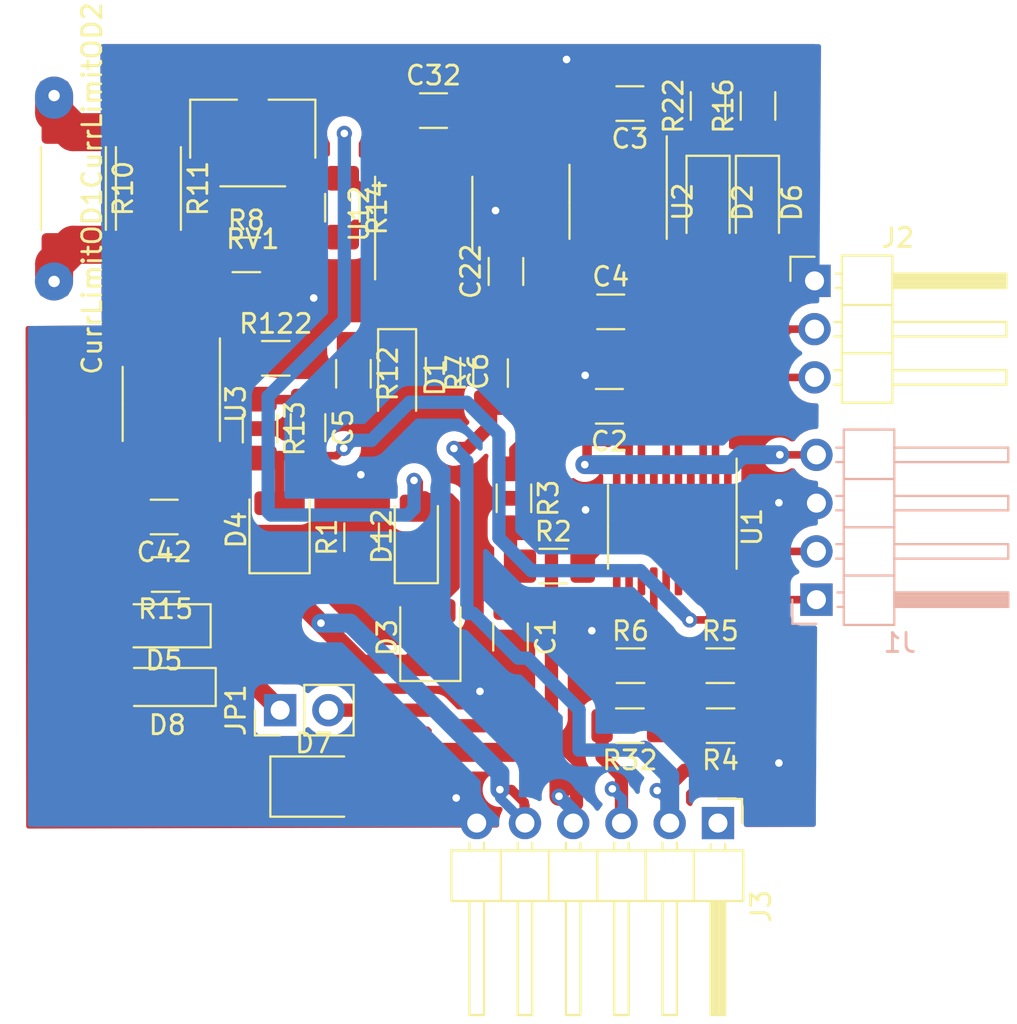
<source format=kicad_pcb>
(kicad_pcb (version 20171130) (host pcbnew 5.1.9)
  (layers (0 F.Cu signal) (31 B.Cu signal) (34 B.Paste user) (35 F.Paste user) (36 B.SilkS user) (37 F.SilkS user) (38 B.Mask user) (39 F.Mask user) (44 Edge.Cuts user))
  (net 0 "")
  (net 1 GND)
  (net 2 "Net-(C1-Pad1)")
  (net 3 "Net-(C2-Pad1)")
  (net 4 "Net-(C3-Pad1)")
  (net 5 +14V)
  (net 6 "Net-(C5-Pad1)")
  (net 7 "Net-(C5-Pad2)")
  (net 8 "Net-(C6-Pad1)")
  (net 9 "Net-(C22-Pad1)")
  (net 10 "Net-(CurrLimitOD1-Pad1)")
  (net 11 "Net-(CurrLimitOD2-Pad1)")
  (net 12 "Net-(D2-Pad2)")
  (net 13 "Net-(D2-Pad1)")
  (net 14 "Net-(D12-Pad2)")
  (net 15 PWMout)
  (net 16 "Net-(D5-Pad1)")
  (net 17 "Net-(D6-Pad1)")
  (net 18 "Net-(D6-Pad2)")
  (net 19 "Net-(D12-Pad1)")
  (net 20 "Net-(J1-Pad1)")
  (net 21 "Net-(J1-Pad2)")
  (net 22 "Net-(J2-Pad2)")
  (net 23 "Net-(J2-Pad3)")
  (net 24 Vin)
  (net 25 "Net-(J3-Pad3)")
  (net 26 PWM1)
  (net 27 ADC2)
  (net 28 ADC1)
  (net 29 "Net-(R8-Pad2)")
  (net 30 "Net-(D7-Pad2)")
  (net 31 +14PP)
  (net 32 "Net-(C3-Pad2)")
  (module Capacitor_SMD:C_1206_3216Metric (layer F.Cu) (at 56.68 55.955 90)
    (fp_text reference C22 (at 0 -1.85 90) (layer F.SilkS))
    (fp_text value 100n)
    (pad 1 smd roundrect (at -1.475 0 90) (size 1.15 1.8) (layers F.Cu F.Paste F.Mask) (roundrect_rratio 0.2173904347826087) (net 9 "Net-(C22-Pad1)"))
    (pad 2 smd roundrect (at 1.475 0 90) (size 1.15 1.8) (layers F.Cu F.Paste F.Mask) (roundrect_rratio 0.2173904347826087) (net 1 GND))
  )
  (module Connector_Wire:SolderWire-0.1sqmm_1x01_D0.4mm_OD1mm (layer F.Cu) (at 32.89 46.7 270)
    (fp_text reference CurrLimitOD2 (at 0 -2 90) (layer F.SilkS))
    (fp_text value GND_LOAD)
    (pad 1 thru_hole roundrect (at 0 0 270) (size 1.6 1.6) (drill 0.6) (layers *.Cu *.Mask) (roundrect_rratio 0.15625) (net 11 "Net-(CurrLimitOD2-Pad1)"))
  )
  (module Capacitor_SMD:C_1206_3216Metric (layer F.Cu) (at 56.92 75.19 270)
    (fp_text reference C1 (at 0 -1.85 90) (layer F.SilkS))
    (fp_text value 100n)
    (pad 2 smd roundrect (at 1.475 0 270) (size 1.15 1.8) (layers F.Cu F.Paste F.Mask) (roundrect_rratio 0.2173904347826087) (net 1 GND))
    (pad 1 smd roundrect (at -1.475 0 270) (size 1.15 1.8) (layers F.Cu F.Paste F.Mask) (roundrect_rratio 0.2173904347826087) (net 2 "Net-(C1-Pad1)"))
  )
  (module Capacitor_SMD:C_1206_3216Metric (layer F.Cu) (at 62.125 63.05 180)
    (fp_text reference C2 (at 0 -1.85) (layer F.SilkS))
    (fp_text value 470-3300n)
    (pad 2 smd roundrect (at 1.475 0 180) (size 1.15 1.8) (layers F.Cu F.Paste F.Mask) (roundrect_rratio 0.2173904347826087) (net 1 GND))
    (pad 1 smd roundrect (at -1.475 0 180) (size 1.15 1.8) (layers F.Cu F.Paste F.Mask) (roundrect_rratio 0.2173904347826087) (net 3 "Net-(C2-Pad1)"))
  )
  (module Capacitor_SMD:C_1206_3216Metric (layer F.Cu) (at 62.195002 58.08)
    (fp_text reference C4 (at 0 -1.85) (layer F.SilkS))
    (fp_text value 0.33uf)
    (pad 2 smd roundrect (at 1.475 0) (size 1.15 1.8) (layers F.Cu F.Paste F.Mask) (roundrect_rratio 0.2173904347826087) (net 31 +14PP))
    (pad 1 smd roundrect (at -1.475 0) (size 1.15 1.8) (layers F.Cu F.Paste F.Mask) (roundrect_rratio 0.2173904347826087) (net 32 "Net-(C3-Pad2)"))
  )
  (module Capacitor_SMD:C_1206_3216Metric (layer F.Cu) (at 46.26 64.175 270)
    (fp_text reference C5 (at 0 -1.85 90) (layer F.SilkS))
    (fp_text value 100n)
    (pad 1 smd roundrect (at -1.475 0 270) (size 1.15 1.8) (layers F.Cu F.Paste F.Mask) (roundrect_rratio 0.2173904347826087) (net 6 "Net-(C5-Pad1)"))
    (pad 2 smd roundrect (at 1.475 0 270) (size 1.15 1.8) (layers F.Cu F.Paste F.Mask) (roundrect_rratio 0.2173904347826087) (net 7 "Net-(C5-Pad2)"))
  )
  (module Capacitor_SMD:C_1206_3216Metric (layer F.Cu) (at 53.37 61.215 270)
    (fp_text reference C6 (at 0 -1.85 90) (layer F.SilkS))
    (fp_text value 100n)
    (pad 1 smd roundrect (at -1.475 0 270) (size 1.15 1.8) (layers F.Cu F.Paste F.Mask) (roundrect_rratio 0.2173904347826087) (net 8 "Net-(C6-Pad1)"))
    (pad 2 smd roundrect (at 1.475 0 270) (size 1.15 1.8) (layers F.Cu F.Paste F.Mask) (roundrect_rratio 0.2173904347826087) (net 1 GND))
  )
  (module Capacitor_SMD:C_1206_3216Metric (layer F.Cu) (at 52.864999 47.489999)
    (fp_text reference C32 (at 0 -1.85) (layer F.SilkS))
    (fp_text value 100n)
    (pad 1 smd roundrect (at -1.475 0) (size 1.15 1.8) (layers F.Cu F.Paste F.Mask) (roundrect_rratio 0.2173904347826087) (net 31 +14PP))
    (pad 2 smd roundrect (at 1.475 0) (size 1.15 1.8) (layers F.Cu F.Paste F.Mask) (roundrect_rratio 0.2173904347826087) (net 1 GND))
  )
  (module Capacitor_SMD:C_1206_3216Metric (layer F.Cu) (at 38.685001 68.875 180)
    (fp_text reference C42 (at 0 -1.85) (layer F.SilkS))
    (fp_text value 100n)
    (pad 2 smd roundrect (at 1.475 0 180) (size 1.15 1.8) (layers F.Cu F.Paste F.Mask) (roundrect_rratio 0.2173904347826087) (net 1 GND))
    (pad 1 smd roundrect (at -1.475 0 180) (size 1.15 1.8) (layers F.Cu F.Paste F.Mask) (roundrect_rratio 0.2173904347826087) (net 5 +14V))
  )
  (module Connector_Wire:SolderWire-0.1sqmm_1x01_D0.4mm_OD1mm (layer F.Cu) (at 32.89 56.48 270)
    (fp_text reference CurrLimitOD1 (at 0 -2 90) (layer F.SilkS))
    (fp_text value -LOAD)
    (pad 1 thru_hole roundrect (at 0 0 270) (size 1.6 1.6) (drill 0.6) (layers *.Cu *.Mask) (roundrect_rratio 0.15625) (net 10 "Net-(CurrLimitOD1-Pad1)"))
  )
  (module Diode_SMD:D_MiniMELF (layer F.Cu) (at 50.95 61.54 270)
    (fp_text reference D1 (at 0 -2 90) (layer F.SilkS))
    (fp_text value 5-15v)
    (pad 1 smd rect (at -1.75 0 270) (size 1.3 1.7) (layers F.Cu F.Paste F.Mask) (net 8 "Net-(C6-Pad1)"))
    (pad 2 smd rect (at 1.75 0 270) (size 1.3 1.7) (layers F.Cu F.Paste F.Mask) (net 1 GND))
  )
  (module Diode_SMD:D_1210_3225Metric (layer F.Cu) (at 52.7 75.219999 90)
    (fp_text reference D3 (at 0 -2.28 90) (layer F.SilkS))
    (fp_text value D)
    (pad 2 smd roundrect (at 1.4 0 90) (size 1.25 2.65) (layers F.Cu F.Paste F.Mask) (roundrect_rratio 0.2) (net 14 "Net-(D12-Pad2)"))
    (pad 1 smd roundrect (at -1.4 0 90) (size 1.25 2.65) (layers F.Cu F.Paste F.Mask) (roundrect_rratio 0.2) (net 15 PWMout))
  )
  (module Diode_SMD:D_1210_3225Metric (layer F.Cu) (at 44.76 69.549999 90)
    (fp_text reference D4 (at 0 -2.28 90) (layer F.SilkS))
    (fp_text value D)
    (pad 1 smd roundrect (at -1.4 0 90) (size 1.25 2.65) (layers F.Cu F.Paste F.Mask) (roundrect_rratio 0.2) (net 15 PWMout))
    (pad 2 smd roundrect (at 1.4 0 90) (size 1.25 2.65) (layers F.Cu F.Paste F.Mask) (roundrect_rratio 0.2) (net 7 "Net-(C5-Pad2)"))
  )
  (module Connector_PinHeader_2.54mm:PinHeader_1x04_P2.54mm_Horizontal (layer B.Cu) (at 73.025 73.225)
    (fp_text reference J1 (at 4.385 2.27) (layer B.SilkS) (effects (justify mirror)))
    (fp_text value ST-LINK)
    (pad 1 thru_hole rect (at 0 0) (size 1.7 1.7) (drill 1) (layers *.Cu *.Mask) (net 20 "Net-(J1-Pad1)"))
    (pad 2 thru_hole oval (at 0 -2.54) (size 1.7 1.7) (drill 1) (layers *.Cu *.Mask) (net 21 "Net-(J1-Pad2)"))
    (pad 3 thru_hole oval (at 0 -5.08) (size 1.7 1.7) (drill 1) (layers *.Cu *.Mask) (net 1 GND))
    (pad 4 thru_hole oval (at 0 -7.62) (size 1.7 1.7) (drill 1) (layers *.Cu *.Mask) (net 4 "Net-(C3-Pad1)"))
  )
  (module Connector_PinHeader_2.54mm:PinHeader_1x03_P2.54mm_Horizontal (layer F.Cu) (at 72.925 56.45)
    (fp_text reference J2 (at 4.385 -2.27) (layer F.SilkS))
    (fp_text value UART)
    (pad 1 thru_hole rect (at 0 0) (size 1.7 1.7) (drill 1) (layers *.Cu *.Mask) (net 1 GND))
    (pad 2 thru_hole oval (at 0 2.54) (size 1.7 1.7) (drill 1) (layers *.Cu *.Mask) (net 22 "Net-(J2-Pad2)"))
    (pad 3 thru_hole oval (at 0 5.08) (size 1.7 1.7) (drill 1) (layers *.Cu *.Mask) (net 23 "Net-(J2-Pad3)"))
  )
  (module Connector_PinHeader_2.54mm:PinHeader_1x06_P2.54mm_Horizontal (layer F.Cu) (at 67.84 84.98 270)
    (fp_text reference J3 (at 4.385 -2.27 90) (layer F.SilkS))
    (fp_text value board)
    (pad 1 thru_hole rect (at 0 0 270) (size 1.7 1.7) (drill 1) (layers *.Cu *.Mask))
    (pad 2 thru_hole oval (at 0 2.54 270) (size 1.7 1.7) (drill 1) (layers *.Cu *.Mask) (net 24 Vin))
    (pad 3 thru_hole oval (at 0 5.08 270) (size 1.7 1.7) (drill 1) (layers *.Cu *.Mask) (net 25 "Net-(J3-Pad3)"))
    (pad 4 thru_hole oval (at 0 7.62 270) (size 1.7 1.7) (drill 1) (layers *.Cu *.Mask) (net 30 "Net-(D7-Pad2)"))
    (pad 5 thru_hole oval (at 0 10.16 270) (size 1.7 1.7) (drill 1) (layers *.Cu *.Mask) (net 15 PWMout))
    (pad 6 thru_hole oval (at 0 12.7 270) (size 1.7 1.7) (drill 1) (layers *.Cu *.Mask) (net 1 GND))
  )
  (module Resistor_SMD:R_1206_3216Metric (layer F.Cu) (at 49.080001 69.94 90)
    (fp_text reference R1 (at 0 -1.82 90) (layer F.SilkS))
    (fp_text value R)
    (pad 1 smd roundrect (at -1.4625 0 90) (size 1.125 1.75) (layers F.Cu F.Paste F.Mask) (roundrect_rratio 0.2222195555555556) (net 19 "Net-(D12-Pad1)"))
    (pad 2 smd roundrect (at 1.4625 0 90) (size 1.125 1.75) (layers F.Cu F.Paste F.Mask) (roundrect_rratio 0.2222195555555556) (net 1 GND))
  )
  (module Resistor_SMD:R_1206_3216Metric_Pad1.30x1.75mm_HandSolder (layer F.Cu) (at 59.17 71.46)
    (fp_text reference R2 (at 0 -1.82) (layer F.SilkS))
    (fp_text value 47k)
    (pad 1 smd roundrect (at -1.55 0) (size 1.3 1.75) (layers F.Cu F.Paste F.Mask) (roundrect_rratio 0.1923069230769231) (net 2 "Net-(C1-Pad1)"))
    (pad 2 smd roundrect (at 1.55 0) (size 1.3 1.75) (layers F.Cu F.Paste F.Mask) (roundrect_rratio 0.1923069230769231) (net 26 PWM1))
  )
  (module Resistor_SMD:R_1206_3216Metric_Pad1.30x1.75mm_HandSolder (layer F.Cu) (at 57.1 67.89 270)
    (fp_text reference R3 (at 0 -1.82 90) (layer F.SilkS))
    (fp_text value 47k)
    (pad 1 smd roundrect (at -1.55 0 270) (size 1.3 1.75) (layers F.Cu F.Paste F.Mask) (roundrect_rratio 0.1923069230769231) (net 9 "Net-(C22-Pad1)"))
    (pad 2 smd roundrect (at 1.55 0 270) (size 1.3 1.75) (layers F.Cu F.Paste F.Mask) (roundrect_rratio 0.1923069230769231) (net 2 "Net-(C1-Pad1)"))
  )
  (module Resistor_SMD:R_1206_3216Metric (layer F.Cu) (at 67.9775 79.855 180)
    (fp_text reference R4 (at 0 -1.82) (layer F.SilkS))
    (fp_text value 3.3k)
    (pad 1 smd roundrect (at -1.4625 0 180) (size 1.125 1.75) (layers F.Cu F.Paste F.Mask) (roundrect_rratio 0.2222195555555556) (net 1 GND))
    (pad 2 smd roundrect (at 1.4625 0 180) (size 1.125 1.75) (layers F.Cu F.Paste F.Mask) (roundrect_rratio 0.2222195555555556) (net 27 ADC2))
  )
  (module Resistor_SMD:R_1206_3216Metric (layer F.Cu) (at 67.9625 76.7)
    (fp_text reference R5 (at 0 -1.82) (layer F.SilkS))
    (fp_text value 100k)
    (pad 1 smd roundrect (at -1.4625 0) (size 1.125 1.75) (layers F.Cu F.Paste F.Mask) (roundrect_rratio 0.2222195555555556) (net 28 ADC1))
    (pad 2 smd roundrect (at 1.4625 0) (size 1.125 1.75) (layers F.Cu F.Paste F.Mask) (roundrect_rratio 0.2222195555555556) (net 24 Vin))
  )
  (module Resistor_SMD:R_1206_3216Metric (layer F.Cu) (at 63.2375 76.7)
    (fp_text reference R6 (at 0 -1.82) (layer F.SilkS))
    (fp_text value 3.3k)
    (pad 2 smd roundrect (at 1.4625 0) (size 1.125 1.75) (layers F.Cu F.Paste F.Mask) (roundrect_rratio 0.2222195555555556) (net 28 ADC1))
    (pad 1 smd roundrect (at -1.4625 0) (size 1.125 1.75) (layers F.Cu F.Paste F.Mask) (roundrect_rratio 0.2222195555555556) (net 1 GND))
  )
  (module Resistor_SMD:R_1206_3216Metric_Pad1.30x1.75mm_HandSolder (layer F.Cu) (at 55.87 61.3 90)
    (fp_text reference R7 (at 0 -1.82 90) (layer F.SilkS))
    (fp_text value 29k)
    (pad 1 smd roundrect (at -1.55 0 90) (size 1.3 1.75) (layers F.Cu F.Paste F.Mask) (roundrect_rratio 0.1923069230769231) (net 24 Vin))
    (pad 2 smd roundrect (at 1.55 0 90) (size 1.3 1.75) (layers F.Cu F.Paste F.Mask) (roundrect_rratio 0.1923069230769231) (net 8 "Net-(C6-Pad1)"))
  )
  (module Resistor_SMD:R_1206_3216Metric_Pad1.30x1.75mm_HandSolder (layer F.Cu) (at 43.01 55.08)
    (fp_text reference R8 (at 0 -1.82) (layer F.SilkS))
    (fp_text value 330)
    (pad 2 smd roundrect (at 1.55 0) (size 1.3 1.75) (layers F.Cu F.Paste F.Mask) (roundrect_rratio 0.1923069230769231) (net 29 "Net-(R8-Pad2)"))
    (pad 1 smd roundrect (at -1.55 0) (size 1.3 1.75) (layers F.Cu F.Paste F.Mask) (roundrect_rratio 0.1923069230769231) (net 10 "Net-(CurrLimitOD1-Pad1)"))
  )
  (module Resistor_SMD:R_2512_6332Metric (layer F.Cu) (at 33.905 51.5875 270)
    (fp_text reference R10 (at 0 -2.62 90) (layer F.SilkS))
    (fp_text value 0.27)
    (pad 1 smd roundrect (at -2.9625 0 270) (size 1.225 3.35) (layers F.Cu F.Paste F.Mask) (roundrect_rratio 0.2040808163265306) (net 11 "Net-(CurrLimitOD2-Pad1)"))
    (pad 2 smd roundrect (at 2.9625 0 270) (size 1.225 3.35) (layers F.Cu F.Paste F.Mask) (roundrect_rratio 0.2040808163265306) (net 10 "Net-(CurrLimitOD1-Pad1)"))
  )
  (module Resistor_SMD:R_2512_6332Metric (layer F.Cu) (at 37.855 51.5875 270)
    (fp_text reference R11 (at 0 -2.62 90) (layer F.SilkS))
    (fp_text value 0.27)
    (pad 2 smd roundrect (at 2.9625 0 270) (size 1.225 3.35) (layers F.Cu F.Paste F.Mask) (roundrect_rratio 0.2040808163265306) (net 10 "Net-(CurrLimitOD1-Pad1)"))
    (pad 1 smd roundrect (at -2.9625 0 270) (size 1.225 3.35) (layers F.Cu F.Paste F.Mask) (roundrect_rratio 0.2040808163265306) (net 11 "Net-(CurrLimitOD2-Pad1)"))
  )
  (module Resistor_SMD:R_1206_3216Metric_Pad1.30x1.75mm_HandSolder (layer F.Cu) (at 48.65 61.34 270)
    (fp_text reference R12 (at 0 -1.82 90) (layer F.SilkS))
    (fp_text value 1.5k)
    (pad 2 smd roundrect (at 1.55 0 270) (size 1.3 1.75) (layers F.Cu F.Paste F.Mask) (roundrect_rratio 0.1923069230769231) (net 1 GND))
    (pad 1 smd roundrect (at -1.55 0 270) (size 1.3 1.75) (layers F.Cu F.Paste F.Mask) (roundrect_rratio 0.1923069230769231) (net 8 "Net-(C6-Pad1)"))
  )
  (module Resistor_SMD:R_1206_3216Metric_Pad1.30x1.75mm_HandSolder (layer F.Cu) (at 43.735 64.224999 270)
    (fp_text reference R13 (at 0 -1.82 90) (layer F.SilkS))
    (fp_text value 1.5k)
    (pad 2 smd roundrect (at 1.55 0 270) (size 1.3 1.75) (layers F.Cu F.Paste F.Mask) (roundrect_rratio 0.1923069230769231) (net 7 "Net-(C5-Pad2)"))
    (pad 1 smd roundrect (at -1.55 0 270) (size 1.3 1.75) (layers F.Cu F.Paste F.Mask) (roundrect_rratio 0.1923069230769231) (net 6 "Net-(C5-Pad1)"))
  )
  (module Resistor_SMD:R_1206_3216Metric_Pad1.30x1.75mm_HandSolder (layer F.Cu) (at 48.07 52.6 270)
    (fp_text reference R14 (at 0 -1.82 90) (layer F.SilkS))
    (fp_text value 10k)
    (pad 1 smd roundrect (at -1.55 0 270) (size 1.3 1.75) (layers F.Cu F.Paste F.Mask) (roundrect_rratio 0.1923069230769231) (net 14 "Net-(D12-Pad2)"))
    (pad 2 smd roundrect (at 1.55 0 270) (size 1.3 1.75) (layers F.Cu F.Paste F.Mask) (roundrect_rratio 0.1923069230769231) (net 8 "Net-(C6-Pad1)"))
  )
  (module Resistor_SMD:R_1206_3216Metric_Pad1.30x1.75mm_HandSolder (layer F.Cu) (at 38.760001 71.9 180)
    (fp_text reference R15 (at 0 -1.82) (layer F.SilkS))
    (fp_text value R)
    (pad 1 smd roundrect (at -1.55 0 180) (size 1.3 1.75) (layers F.Cu F.Paste F.Mask) (roundrect_rratio 0.1923069230769231) (net 16 "Net-(D5-Pad1)"))
    (pad 2 smd roundrect (at 1.55 0 180) (size 1.3 1.75) (layers F.Cu F.Paste F.Mask) (roundrect_rratio 0.1923069230769231) (net 1 GND))
  )
  (module Resistor_SMD:R_1206_3216Metric (layer F.Cu) (at 69.95 47.2475 90)
    (fp_text reference R16 (at 0 -1.82 90) (layer F.SilkS))
    (fp_text value R)
    (pad 2 smd roundrect (at 1.4625 0 90) (size 1.125 1.75) (layers F.Cu F.Paste F.Mask) (roundrect_rratio 0.2222195555555556) (net 1 GND))
    (pad 1 smd roundrect (at -1.4625 0 90) (size 1.125 1.75) (layers F.Cu F.Paste F.Mask) (roundrect_rratio 0.2222195555555556) (net 17 "Net-(D6-Pad1)"))
  )
  (module Resistor_SMD:R_1206_3216Metric (layer F.Cu) (at 67.32 47.2475 90)
    (fp_text reference R22 (at 0 -1.82 90) (layer F.SilkS))
    (fp_text value R)
    (pad 2 smd roundrect (at 1.4625 0 90) (size 1.125 1.75) (layers F.Cu F.Paste F.Mask) (roundrect_rratio 0.2222195555555556) (net 1 GND))
    (pad 1 smd roundrect (at -1.4625 0 90) (size 1.125 1.75) (layers F.Cu F.Paste F.Mask) (roundrect_rratio 0.2222195555555556) (net 13 "Net-(D2-Pad1)"))
  )
  (module Resistor_SMD:R_1206_3216Metric (layer F.Cu) (at 63.2025 79.855 180)
    (fp_text reference R32 (at 0 -1.82) (layer F.SilkS))
    (fp_text value 100k)
    (pad 1 smd roundrect (at -1.4625 0 180) (size 1.125 1.75) (layers F.Cu F.Paste F.Mask) (roundrect_rratio 0.2222195555555556) (net 27 ADC2))
    (pad 2 smd roundrect (at 1.4625 0 180) (size 1.125 1.75) (layers F.Cu F.Paste F.Mask) (roundrect_rratio 0.2222195555555556) (net 25 "Net-(J3-Pad3)"))
  )
  (module Resistor_SMD:R_1206_3216Metric_Pad1.30x1.75mm_HandSolder (layer F.Cu) (at 44.560001 60.525)
    (fp_text reference R122 (at 0 -1.82) (layer F.SilkS))
    (fp_text value 1.2k)
    (pad 2 smd roundrect (at 1.55 0) (size 1.3 1.75) (layers F.Cu F.Paste F.Mask) (roundrect_rratio 0.1923069230769231) (net 1 GND))
    (pad 1 smd roundrect (at -1.55 0) (size 1.3 1.75) (layers F.Cu F.Paste F.Mask) (roundrect_rratio 0.1923069230769231) (net 6 "Net-(C5-Pad1)"))
  )
  (module Package_SO:TSSOP-20_4.4x6.5mm_P0.65mm (layer F.Cu) (at 65.4375 69.4 270)
    (fp_text reference U1 (at 0 -4.2 90) (layer F.SilkS))
    (fp_text value STM8S003F3P)
    (pad 1 smd roundrect (at -2.8625 -2.925 270) (size 1.475 0.4) (layers F.Cu F.Paste F.Mask))
    (pad 2 smd roundrect (at -2.8625 -2.275 270) (size 1.475 0.4) (layers F.Cu F.Paste F.Mask) (net 23 "Net-(J2-Pad3)"))
    (pad 3 smd roundrect (at -2.8625 -1.625 270) (size 1.475 0.4) (layers F.Cu F.Paste F.Mask) (net 22 "Net-(J2-Pad2)"))
    (pad 4 smd roundrect (at -2.8625 -0.975 270) (size 1.475 0.4) (layers F.Cu F.Paste F.Mask) (net 21 "Net-(J1-Pad2)"))
    (pad 5 smd roundrect (at -2.8625 -0.325 270) (size 1.475 0.4) (layers F.Cu F.Paste F.Mask) (net 18 "Net-(D6-Pad2)"))
    (pad 6 smd roundrect (at -2.8625 0.325 270) (size 1.475 0.4) (layers F.Cu F.Paste F.Mask) (net 12 "Net-(D2-Pad2)"))
    (pad 7 smd roundrect (at -2.8625 0.975 270) (size 1.475 0.4) (layers F.Cu F.Paste F.Mask) (net 1 GND))
    (pad 8 smd roundrect (at -2.8625 1.625 270) (size 1.475 0.4) (layers F.Cu F.Paste F.Mask) (net 3 "Net-(C2-Pad1)"))
    (pad 9 smd roundrect (at -2.8625 2.275 270) (size 1.475 0.4) (layers F.Cu F.Paste F.Mask) (net 4 "Net-(C3-Pad1)"))
    (pad 10 smd roundrect (at -2.8625 2.925 270) (size 1.475 0.4) (layers F.Cu F.Paste F.Mask))
    (pad 11 smd roundrect (at 2.8625 2.925 270) (size 1.475 0.4) (layers F.Cu F.Paste F.Mask))
    (pad 12 smd roundrect (at 2.8625 2.275 270) (size 1.475 0.4) (layers F.Cu F.Paste F.Mask))
    (pad 13 smd roundrect (at 2.8625 1.625 270) (size 1.475 0.4) (layers F.Cu F.Paste F.Mask))
    (pad 14 smd roundrect (at 2.8625 0.975 270) (size 1.475 0.4) (layers F.Cu F.Paste F.Mask) (net 27 ADC2))
    (pad 15 smd roundrect (at 2.8625 0.325 270) (size 1.475 0.4) (layers F.Cu F.Paste F.Mask))
    (pad 16 smd roundrect (at 2.8625 -0.325 270) (size 1.475 0.4) (layers F.Cu F.Paste F.Mask) (net 26 PWM1))
    (pad 17 smd roundrect (at 2.8625 -0.975 270) (size 1.475 0.4) (layers F.Cu F.Paste F.Mask))
    (pad 18 smd roundrect (at 2.8625 -1.625 270) (size 1.475 0.4) (layers F.Cu F.Paste F.Mask) (net 20 "Net-(J1-Pad1)"))
    (pad 19 smd roundrect (at 2.8625 -2.275 270) (size 1.475 0.4) (layers F.Cu F.Paste F.Mask) (net 7 "Net-(C5-Pad2)"))
    (pad 20 smd roundrect (at 2.8625 -2.925 270) (size 1.475 0.4) (layers F.Cu F.Paste F.Mask) (net 28 ADC1))
  )
  (module Package_SO:SOIC-8_3.9x4.9mm_P1.27mm (layer F.Cu) (at 62.585 52.29 270)
    (fp_text reference U2 (at 0 -3.4 90) (layer F.SilkS))
    (fp_text value L78L05_SO8)
    (pad 8 smd roundrect (at 2.475 -1.905 270) (size 1.95 0.6) (layers F.Cu F.Paste F.Mask) (net 31 +14PP))
    (pad 7 smd roundrect (at 2.475 -0.635 270) (size 1.95 0.6) (layers F.Cu F.Paste F.Mask) (net 32 "Net-(C3-Pad2)"))
    (pad 6 smd roundrect (at 2.475 0.635 270) (size 1.95 0.6) (layers F.Cu F.Paste F.Mask) (net 32 "Net-(C3-Pad2)"))
    (pad 5 smd roundrect (at 2.475 1.905 270) (size 1.95 0.6) (layers F.Cu F.Paste F.Mask))
    (pad 4 smd roundrect (at -2.475 1.905 270) (size 1.95 0.6) (layers F.Cu F.Paste F.Mask))
    (pad 3 smd roundrect (at -2.475 0.635 270) (size 1.95 0.6) (layers F.Cu F.Paste F.Mask) (net 32 "Net-(C3-Pad2)"))
    (pad 2 smd roundrect (at -2.475 -0.635 270) (size 1.95 0.6) (layers F.Cu F.Paste F.Mask) (net 32 "Net-(C3-Pad2)"))
    (pad 1 smd roundrect (at -2.475 -1.905 270) (size 1.95 0.6) (layers F.Cu F.Paste F.Mask) (net 4 "Net-(C3-Pad1)"))
  )
  (module Package_SO:SOIC-8_3.9x4.9mm_P1.27mm (layer F.Cu) (at 39.06 62.925 270)
    (fp_text reference U3 (at 0 -3.4 90) (layer F.SilkS))
    (fp_text value NE5534)
    (pad 1 smd roundrect (at -2.475 -1.905 270) (size 1.95 0.6) (layers F.Cu F.Paste F.Mask))
    (pad 2 smd roundrect (at -2.475 -0.635 270) (size 1.95 0.6) (layers F.Cu F.Paste F.Mask) (net 6 "Net-(C5-Pad1)"))
    (pad 3 smd roundrect (at -2.475 0.635 270) (size 1.95 0.6) (layers F.Cu F.Paste F.Mask) (net 29 "Net-(R8-Pad2)"))
    (pad 4 smd roundrect (at -2.475 1.905 270) (size 1.95 0.6) (layers F.Cu F.Paste F.Mask) (net 1 GND))
    (pad 5 smd roundrect (at 2.475 1.905 270) (size 1.95 0.6) (layers F.Cu F.Paste F.Mask) (net 1 GND))
    (pad 6 smd roundrect (at 2.475 0.635 270) (size 1.95 0.6) (layers F.Cu F.Paste F.Mask) (net 7 "Net-(C5-Pad2)"))
    (pad 7 smd roundrect (at 2.475 -0.635 270) (size 1.95 0.6) (layers F.Cu F.Paste F.Mask) (net 5 +14V))
    (pad 8 smd roundrect (at 2.475 -1.905 270) (size 1.95 0.6) (layers F.Cu F.Paste F.Mask))
  )
  (module Package_SO:SOIC-8_3.9x4.9mm_P1.27mm (layer F.Cu) (at 52.35 52.92 90)
    (fp_text reference U12 (at 0 -3.4 90) (layer F.SilkS))
    (fp_text value NE5534)
    (pad 1 smd roundrect (at -2.475 -1.905 90) (size 1.95 0.6) (layers F.Cu F.Paste F.Mask))
    (pad 2 smd roundrect (at -2.475 -0.635 90) (size 1.95 0.6) (layers F.Cu F.Paste F.Mask) (net 8 "Net-(C6-Pad1)"))
    (pad 3 smd roundrect (at -2.475 0.635 90) (size 1.95 0.6) (layers F.Cu F.Paste F.Mask) (net 9 "Net-(C22-Pad1)"))
    (pad 4 smd roundrect (at -2.475 1.905 90) (size 1.95 0.6) (layers F.Cu F.Paste F.Mask) (net 1 GND))
    (pad 5 smd roundrect (at 2.475 1.905 90) (size 1.95 0.6) (layers F.Cu F.Paste F.Mask) (net 1 GND))
    (pad 6 smd roundrect (at 2.475 0.635 90) (size 1.95 0.6) (layers F.Cu F.Paste F.Mask) (net 14 "Net-(D12-Pad2)"))
    (pad 7 smd roundrect (at 2.475 -0.635 90) (size 1.95 0.6) (layers F.Cu F.Paste F.Mask) (net 31 +14PP))
    (pad 8 smd roundrect (at 2.475 -1.905 90) (size 1.95 0.6) (layers F.Cu F.Paste F.Mask))
  )
  (module Capacitor_SMD:C_1206_3216Metric (layer F.Cu) (at 63.205 47.12 180)
    (fp_text reference C3 (at 0 -1.85) (layer F.SilkS))
    (fp_text value 100n)
    (pad 1 smd roundrect (at -1.475 0 180) (size 1.15 1.8) (layers F.Cu F.Paste F.Mask) (roundrect_rratio 0.2173904347826087) (net 4 "Net-(C3-Pad1)"))
    (pad 2 smd roundrect (at 1.475 0 180) (size 1.15 1.8) (layers F.Cu F.Paste F.Mask) (roundrect_rratio 0.2173904347826087) (net 32 "Net-(C3-Pad2)"))
  )
  (module LED_SMD:LED_1206_3216Metric_Pad1.42x1.75mm_HandSolder (layer F.Cu) (at 67.32 52.3275 270)
    (fp_text reference D2 (at 0 -1.82 90) (layer F.SilkS))
    (fp_text value LED)
    (pad 2 smd roundrect (at 1.4875 0 270) (size 1.425 1.75) (layers F.Cu F.Paste F.Mask) (roundrect_rratio 0.1754385964912281) (net 12 "Net-(D2-Pad2)"))
    (pad 1 smd roundrect (at -1.4875 0 270) (size 1.425 1.75) (layers F.Cu F.Paste F.Mask) (roundrect_rratio 0.1754385964912281) (net 13 "Net-(D2-Pad1)"))
  )
  (module LED_SMD:LED_1206_3216Metric_Pad1.42x1.75mm_HandSolder (layer F.Cu) (at 38.6725 74.6 180)
    (fp_text reference D5 (at 0 -1.82) (layer F.SilkS))
    (fp_text value GREEN)
    (pad 1 smd roundrect (at -1.4875 0 180) (size 1.425 1.75) (layers F.Cu F.Paste F.Mask) (roundrect_rratio 0.1754385964912281) (net 16 "Net-(D5-Pad1)"))
    (pad 2 smd roundrect (at 1.4875 0 180) (size 1.425 1.75) (layers F.Cu F.Paste F.Mask) (roundrect_rratio 0.1754385964912281) (net 7 "Net-(C5-Pad2)"))
  )
  (module LED_SMD:LED_1206_3216Metric_Pad1.42x1.75mm_HandSolder (layer F.Cu) (at 69.92 52.3275 270)
    (fp_text reference D6 (at 0 -1.82 90) (layer F.SilkS))
    (fp_text value LED)
    (pad 1 smd roundrect (at -1.4875 0 270) (size 1.425 1.75) (layers F.Cu F.Paste F.Mask) (roundrect_rratio 0.1754385964912281) (net 17 "Net-(D6-Pad1)"))
    (pad 2 smd roundrect (at 1.4875 0 270) (size 1.425 1.75) (layers F.Cu F.Paste F.Mask) (roundrect_rratio 0.1754385964912281) (net 18 "Net-(D6-Pad2)"))
  )
  (module LED_SMD:LED_1206_3216Metric_Pad1.42x1.75mm_HandSolder (layer F.Cu) (at 51.96 69.8975 90)
    (fp_text reference D12 (at 0 -1.82 90) (layer F.SilkS))
    (fp_text value LED)
    (pad 2 smd roundrect (at 1.4875 0 90) (size 1.425 1.75) (layers F.Cu F.Paste F.Mask) (roundrect_rratio 0.1754385964912281) (net 14 "Net-(D12-Pad2)"))
    (pad 1 smd roundrect (at -1.4875 0 90) (size 1.425 1.75) (layers F.Cu F.Paste F.Mask) (roundrect_rratio 0.1754385964912281) (net 19 "Net-(D12-Pad1)"))
  )
  (module Diode_SMD:D_1210_3225Metric (layer F.Cu) (at 46.56 83.06)
    (fp_text reference D7 (at 0 -2.28) (layer F.SilkS))
    (fp_text value D)
    (pad 1 smd roundrect (at -1.4 0) (size 1.25 2.65) (layers F.Cu F.Paste F.Mask) (roundrect_rratio 0.2) (net 5 +14V))
    (pad 2 smd roundrect (at 1.4 0) (size 1.25 2.65) (layers F.Cu F.Paste F.Mask) (roundrect_rratio 0.2) (net 30 "Net-(D7-Pad2)"))
  )
  (module Potentiometer_SMD:Potentiometer_Bourns_3269W_Vertical (layer F.Cu) (at 43.35 49.19 180)
    (fp_text reference RV1 (at 0 -5.06) (layer F.SilkS))
    (fp_text value 1k)
    (pad 1 smd rect (at 2.54 -2.415 180) (size 1.19 2.79) (layers F.Cu F.Paste F.Mask) (net 29 "Net-(R8-Pad2)"))
    (pad 2 smd rect (at 0 2.415 180) (size 1.19 2.79) (layers F.Cu F.Paste F.Mask) (net 11 "Net-(CurrLimitOD2-Pad1)"))
    (pad 3 smd rect (at -2.54 -2.415 180) (size 1.19 2.79) (layers F.Cu F.Paste F.Mask))
  )
  (module Diode_SMD:D_MiniMELF (layer F.Cu) (at 38.85 77.82 180)
    (fp_text reference D8 (at 0 -2) (layer F.SilkS))
    (fp_text value 5-15v)
    (pad 1 smd rect (at -1.75 0 180) (size 1.3 1.7) (layers F.Cu F.Paste F.Mask) (net 5 +14V))
    (pad 2 smd rect (at 1.75 0 180) (size 1.3 1.7) (layers F.Cu F.Paste F.Mask) (net 1 GND))
  )
  (module Connector_PinHeader_2.54mm:PinHeader_1x02_P2.54mm_Vertical (layer F.Cu) (at 44.79 79.04 90)
    (fp_text reference JP1 (at 0 -2.33 90) (layer F.SilkS))
    (fp_text value Jumper_2_Open)
    (pad 1 thru_hole rect (at 0 0 90) (size 1.7 1.7) (drill 1) (layers *.Cu *.Mask) (net 5 +14V))
    (pad 2 thru_hole oval (at 0 2.54 90) (size 1.7 1.7) (drill 1) (layers *.Cu *.Mask) (net 31 +14PP))
  )
  (segment (start 37.155 71.845) (end 37.21 71.9) (width 0.5) (layer F.Cu) (net 1))
  (segment (start 37.155 60.45) (end 37.155 71.845) (width 0.5) (layer F.Cu) (net 1))
  (via (at 71.05 68.125) (size 0.8) (drill 0.4) (layers F.Cu B.Cu) (net 1))
  (segment (start 71.07 68.145) (end 71.05 68.125) (width 0.4) (layer F.Cu) (net 1))
  (segment (start 73.025 68.145) (end 71.07 68.145) (width 0.4) (layer F.Cu) (net 1))
  (segment (start 62.195 52.515) (end 61.95 52.759999) (width 0.5) (layer F.Cu) (net 32))
  (segment (start 61.95 52.759999) (end 61.95 49.815) (width 0.5) (layer F.Cu) (net 32))
  (segment (start 63.22 52.515) (end 62.195 52.515) (width 0.5) (layer F.Cu) (net 32))
  (segment (start 61.949999 54.765) (end 61.95 52.759999) (width 0.5) (layer F.Cu) (net 32))
  (segment (start 63.22 52.515) (end 63.22 49.94) (width 0.5) (layer F.Cu) (net 32))
  (segment (start 63.22 54.765) (end 63.220001 52.99) (width 0.5) (layer F.Cu) (net 32))
  (segment (start 63.220001 52.99) (end 63.22 52.515) (width 0.5) (layer F.Cu) (net 32))
  (segment (start 61.95 47.34) (end 61.73 47.12) (width 0.4) (layer F.Cu) (net 32))
  (segment (start 61.95 49.815) (end 61.95 47.34) (width 0.4) (layer F.Cu) (net 32))
  (segment (start 54.255 47.574998) (end 54.339999 47.489999) (width 0.5) (layer F.Cu) (net 1))
  (segment (start 54.255 50.445) (end 54.255 47.574998) (width 0.5) (layer F.Cu) (net 1))
  (segment (start 54.255 50.445) (end 54.255 55.395) (width 0.5) (layer F.Cu) (net 1))
  (segment (start 60.720002 58.08) (end 61.45 58.08) (width 0.5) (layer F.Cu) (net 32))
  (segment (start 61.95 57.58) (end 61.95 54.765) (width 0.5) (layer F.Cu) (net 32))
  (segment (start 61.45 58.08) (end 61.95 57.58) (width 0.5) (layer F.Cu) (net 32))
  (via (at 54.06 83.66) (size 0.8) (drill 0.4) (layers F.Cu B.Cu) (net 1))
  (segment (start 54.06 83.9) (end 55.14 84.98) (width 0.5) (layer B.Cu) (net 1))
  (segment (start 54.06 83.66) (end 54.06 83.9) (width 0.5) (layer B.Cu) (net 1))
  (via (at 61.2 74.86) (size 0.8) (drill 0.4) (layers F.Cu B.Cu) (net 1))
  (via (at 71.05 81.82) (size 0.8) (drill 0.4) (layers F.Cu B.Cu) (net 1))
  (via (at 56.13 52.75) (size 0.8) (drill 0.4) (layers F.Cu B.Cu) (net 1))
  (via (at 60.85 61.42) (size 0.8) (drill 0.4) (layers F.Cu B.Cu) (net 1))
  (via (at 60.87 68.5) (size 0.8) (drill 0.4) (layers F.Cu B.Cu) (net 1))
  (segment (start 64.4625 66.5375) (end 64.4625 67.0575) (width 0.4) (layer F.Cu) (net 1))
  (segment (start 64.06 68.5) (end 60.87 68.5) (width 0.4) (layer F.Cu) (net 1))
  (segment (start 64.4625 68.0975) (end 64.06 68.5) (width 0.4) (layer F.Cu) (net 1))
  (segment (start 64.4625 66.5375) (end 64.4625 68.0975) (width 0.4) (layer F.Cu) (net 1))
  (via (at 59.87 44.8) (size 0.8) (drill 0.4) (layers F.Cu B.Cu) (net 1))
  (via (at 46.56 57.35) (size 0.8) (drill 0.4) (layers F.Cu B.Cu) (net 1))
  (via (at 49.04 66.65) (size 0.8) (drill 0.4) (layers F.Cu B.Cu) (net 1))
  (via (at 55.31 78.05) (size 0.8) (drill 0.4) (layers F.Cu B.Cu) (net 1))
  (segment (start 56.92 69.62) (end 57.1 69.44) (width 0.7) (layer F.Cu) (net 2))
  (segment (start 56.93 71.46) (end 56.92 71.47) (width 0.7) (layer F.Cu) (net 2))
  (segment (start 57.62 71.46) (end 56.93 71.46) (width 0.7) (layer F.Cu) (net 2))
  (segment (start 56.92 71.47) (end 56.92 69.62) (width 0.7) (layer F.Cu) (net 2))
  (segment (start 56.92 73.715) (end 56.92 71.47) (width 0.7) (layer F.Cu) (net 2))
  (segment (start 63.8125 63.2625) (end 63.6 63.05) (width 0.4) (layer F.Cu) (net 3))
  (segment (start 63.8125 66.5375) (end 63.8125 63.2625) (width 0.4) (layer F.Cu) (net 3))
  (via (at 71.1 65.6) (size 0.8) (drill 0.4) (layers F.Cu B.Cu) (net 4))
  (segment (start 71.105 65.605) (end 71.1 65.6) (width 0.4) (layer F.Cu) (net 4))
  (segment (start 73.025 65.605) (end 71.105 65.605) (width 0.4) (layer F.Cu) (net 4))
  (segment (start 60.95 64.95) (end 62.05 64.95) (width 0.4) (layer F.Cu) (net 4))
  (segment (start 62.05 62.125) (end 63.065 61.11) (width 0.5) (layer F.Cu) (net 4))
  (segment (start 63.065 61.11) (end 63.9 61.11) (width 0.5) (layer F.Cu) (net 4))
  (segment (start 63.9 61.11) (end 65.27 59.74) (width 0.5) (layer F.Cu) (net 4))
  (via (at 60.83 66.12) (size 0.8) (drill 0.4) (layers F.Cu B.Cu) (net 4))
  (segment (start 60.95 66) (end 60.83 66.12) (width 0.5) (layer F.Cu) (net 4))
  (segment (start 60.95 64.95) (end 60.95 66) (width 0.5) (layer F.Cu) (net 4))
  (segment (start 60.83 66.12) (end 60.78 66.07) (width 0.5) (layer B.Cu) (net 4))
  (segment (start 65.72 59.29) (end 65.27 59.74) (width 0.4) (layer F.Cu) (net 4))
  (segment (start 60.83 66.12) (end 68.57 66.12) (width 1) (layer B.Cu) (net 4))
  (segment (start 69.09 65.6) (end 71.1 65.6) (width 1) (layer B.Cu) (net 4))
  (segment (start 68.57 66.12) (end 69.09 65.6) (width 1) (layer B.Cu) (net 4))
  (segment (start 63.1625 66.5375) (end 63.1625 65.16) (width 0.4) (layer F.Cu) (net 4))
  (segment (start 62.75 65.16) (end 62.05 64.46) (width 0.4) (layer F.Cu) (net 4))
  (segment (start 63.1625 65.16) (end 62.75 65.16) (width 0.4) (layer F.Cu) (net 4))
  (segment (start 62.05 64.46) (end 62.05 62.125) (width 0.5) (layer F.Cu) (net 4))
  (segment (start 62.05 64.95) (end 62.05 64.46) (width 0.5) (layer F.Cu) (net 4))
  (segment (start 64.68 49.625) (end 64.49 49.815) (width 0.7) (layer F.Cu) (net 4))
  (segment (start 64.68 47.12) (end 64.68 49.625) (width 0.7) (layer F.Cu) (net 4))
  (segment (start 64.49 49.815) (end 64.49 51.69) (width 0.7) (layer F.Cu) (net 4))
  (segment (start 64.49 51.69) (end 65.61 52.81) (width 0.7) (layer F.Cu) (net 4))
  (segment (start 65.61 52.81) (end 65.61 59.18) (width 0.7) (layer F.Cu) (net 4))
  (segment (start 59.59 60.05) (end 63.32 60.05) (width 0.5) (layer F.Cu) (net 31))
  (segment (start 63.670002 59.699998) (end 63.670002 58.08) (width 0.5) (layer F.Cu) (net 31))
  (segment (start 63.32 60.05) (end 63.670002 59.699998) (width 0.5) (layer F.Cu) (net 31))
  (segment (start 63.41 57.819998) (end 63.670002 58.08) (width 0.5) (layer F.Cu) (net 31))
  (segment (start 59.215 60.425) (end 59.59 60.05) (width 0.5) (layer F.Cu) (net 31))
  (segment (start 63.670002 58.08) (end 64.51 57.240002) (width 0.5) (layer F.Cu) (net 31))
  (segment (start 64.51 54.785) (end 64.49 54.765) (width 0.5) (layer F.Cu) (net 31))
  (segment (start 64.51 57.240002) (end 64.51 54.785) (width 0.5) (layer F.Cu) (net 31))
  (segment (start 56.57 45.82) (end 51.77 45.82) (width 0.5) (layer F.Cu) (net 31))
  (segment (start 51.77 45.82) (end 51.389999 46.200001) (width 0.5) (layer F.Cu) (net 31))
  (segment (start 59.074999 48.324999) (end 56.91 46.16) (width 1) (layer F.Cu) (net 31))
  (segment (start 59.074999 67.374999) (end 59.074999 48.324999) (width 1) (layer F.Cu) (net 31))
  (segment (start 56.91 46.16) (end 56.57 45.82) (width 0.5) (layer F.Cu) (net 31))
  (segment (start 57.14 46.39) (end 56.91 46.16) (width 0.5) (layer F.Cu) (net 31))
  (segment (start 41.475 68.875) (end 42.25 69.65) (width 0.7) (layer F.Cu) (net 5))
  (segment (start 42.25 69.65) (end 42.25 74.82) (width 0.7) (layer F.Cu) (net 5))
  (segment (start 59.074999 67.374999) (end 59.074999 69.344999) (width 0.7) (layer F.Cu) (net 31))
  (segment (start 42.25 74.82) (end 42.25 77.32) (width 1) (layer F.Cu) (net 5))
  (segment (start 41.75 77.82) (end 40.6 77.82) (width 1) (layer F.Cu) (net 5))
  (segment (start 42.25 77.32) (end 41.75 77.82) (width 1) (layer F.Cu) (net 5))
  (segment (start 40.160001 68.875) (end 41.475 68.875) (width 0.7) (layer F.Cu) (net 5))
  (segment (start 39.695 68.41) (end 40.16 68.875) (width 0.5) (layer F.Cu) (net 5))
  (segment (start 39.695 65.400001) (end 39.695 68.41) (width 0.5) (layer F.Cu) (net 5))
  (segment (start 43.07 77.32) (end 44.79 79.04) (width 1) (layer F.Cu) (net 5))
  (segment (start 42.25 77.32) (end 43.07 77.32) (width 1) (layer F.Cu) (net 5))
  (segment (start 42.25 80.15) (end 45.16 83.06) (width 1) (layer F.Cu) (net 5))
  (segment (start 42.25 77.32) (end 42.25 80.15) (width 1) (layer F.Cu) (net 5))
  (segment (start 43.560001 62.499999) (end 43.735 62.674999) (width 0.5) (layer F.Cu) (net 6))
  (segment (start 43.760001 62.7) (end 43.735 62.674999) (width 0.5) (layer F.Cu) (net 6))
  (segment (start 46.26 62.7) (end 43.760001 62.7) (width 0.5) (layer F.Cu) (net 6))
  (segment (start 39.695 60.45) (end 39.695 62.11) (width 0.5) (layer F.Cu) (net 6))
  (segment (start 39.695 62.11) (end 39.91 62.325) (width 0.5) (layer F.Cu) (net 6))
  (segment (start 43.385001 62.325) (end 43.735 62.674999) (width 0.5) (layer F.Cu) (net 6))
  (segment (start 43.010001 60.525) (end 43.010001 62.199999) (width 0.5) (layer F.Cu) (net 6))
  (segment (start 43.010001 62.199999) (end 42.885 62.325) (width 0.5) (layer F.Cu) (net 6))
  (segment (start 42.885 62.325) (end 43.385001 62.325) (width 0.5) (layer F.Cu) (net 6))
  (segment (start 39.91 62.325) (end 42.885 62.325) (width 0.5) (layer F.Cu) (net 6))
  (segment (start 38.425 65.4) (end 38.424999 67.615) (width 0.5) (layer F.Cu) (net 7))
  (segment (start 38.424999 67.615) (end 38.76 67.95) (width 0.5) (layer F.Cu) (net 7))
  (segment (start 38.76 67.95) (end 38.760001 72.825) (width 0.5) (layer F.Cu) (net 7))
  (segment (start 37.185 74.400001) (end 37.185 74.6) (width 0.5) (layer F.Cu) (net 7))
  (segment (start 38.760001 72.825) (end 37.185 74.400001) (width 0.5) (layer F.Cu) (net 7))
  (segment (start 38.425 65.4) (end 38.424999 63.86) (width 0.5) (layer F.Cu) (net 7))
  (segment (start 38.424999 63.86) (end 39.01 63.275) (width 0.5) (layer F.Cu) (net 7))
  (segment (start 39.01 63.275) (end 41.485 63.275001) (width 0.5) (layer F.Cu) (net 7))
  (segment (start 41.485 63.275001) (end 42.36 64.150001) (width 0.5) (layer F.Cu) (net 7))
  (segment (start 42.36 64.150001) (end 42.36 65.7) (width 0.5) (layer F.Cu) (net 7))
  (segment (start 42.434999 65.774999) (end 43.734999 65.774999) (width 0.5) (layer F.Cu) (net 7))
  (segment (start 42.36 65.7) (end 42.434999 65.774999) (width 0.5) (layer F.Cu) (net 7))
  (segment (start 43.859999 65.65) (end 43.734999 65.774999) (width 0.5) (layer F.Cu) (net 7))
  (segment (start 46.26 65.65) (end 44.76 65.65) (width 0.5) (layer F.Cu) (net 7))
  (segment (start 44.76 65.65) (end 43.859999 65.65) (width 0.5) (layer F.Cu) (net 7))
  (segment (start 67.7125 72.2625) (end 67.7125 73.8375) (width 0.4) (layer F.Cu) (net 7))
  (via (at 66.35 74.29) (size 0.8) (drill 0.4) (layers F.Cu B.Cu) (net 7))
  (segment (start 67.26 74.29) (end 66.35 74.29) (width 0.4) (layer F.Cu) (net 7))
  (segment (start 67.7125 73.8375) (end 67.26 74.29) (width 0.4) (layer F.Cu) (net 7))
  (via (at 48.14 65.26) (size 0.8) (drill 0.4) (layers F.Cu B.Cu) (net 7))
  (segment (start 47.75 65.65) (end 48.14 65.26) (width 0.4) (layer F.Cu) (net 7))
  (segment (start 46.26 65.65) (end 47.75 65.65) (width 0.4) (layer F.Cu) (net 7))
  (segment (start 66.35 74.29) (end 63.76 71.7) (width 0.7) (layer B.Cu) (net 7))
  (segment (start 63.76 71.7) (end 58.02 71.7) (width 0.7) (layer B.Cu) (net 7))
  (segment (start 58.02 71.7) (end 56.31 69.99) (width 0.7) (layer B.Cu) (net 7))
  (segment (start 56.31 69.99) (end 56.31 64.53) (width 0.7) (layer B.Cu) (net 7))
  (segment (start 56.31 64.53) (end 54.62 62.84) (width 0.7) (layer B.Cu) (net 7))
  (segment (start 54.62 62.84) (end 51.6 62.84) (width 0.7) (layer B.Cu) (net 7))
  (segment (start 51.6 62.84) (end 49.6 64.84) (width 0.7) (layer B.Cu) (net 7))
  (segment (start 48.56 64.84) (end 48.14 65.26) (width 0.7) (layer B.Cu) (net 7))
  (segment (start 49.6 64.84) (end 48.56 64.84) (width 0.7) (layer B.Cu) (net 7))
  (segment (start 44.76 65.65) (end 44.76 68.149999) (width 0.5) (layer F.Cu) (net 7))
  (segment (start 51.715 55.395) (end 51.715 53.715) (width 0.5) (layer F.Cu) (net 8))
  (segment (start 51.715 53.715) (end 51.48 53.48) (width 0.5) (layer F.Cu) (net 8))
  (segment (start 48.74 53.48) (end 48.07 54.15) (width 0.5) (layer F.Cu) (net 8))
  (segment (start 51.48 53.48) (end 48.74 53.48) (width 0.5) (layer F.Cu) (net 8))
  (segment (start 53.32 59.79) (end 53.37 59.74) (width 0.7) (layer F.Cu) (net 8))
  (segment (start 48.65 59.79) (end 53.32 59.79) (width 0.7) (layer F.Cu) (net 8))
  (segment (start 53.38 59.75) (end 53.37 59.74) (width 0.7) (layer F.Cu) (net 8))
  (segment (start 55.87 59.75) (end 53.38 59.75) (width 0.7) (layer F.Cu) (net 8))
  (segment (start 51.715 59.025) (end 50.95 59.79) (width 0.5) (layer F.Cu) (net 8))
  (segment (start 51.715 55.395) (end 51.715 59.025) (width 0.5) (layer F.Cu) (net 8))
  (segment (start 53.02 55.43) (end 52.985 55.395) (width 0.7) (layer F.Cu) (net 9))
  (segment (start 53.02 57.52) (end 53.02 55.43) (width 0.7) (layer F.Cu) (net 9))
  (segment (start 53.11 57.43) (end 53.02 57.52) (width 0.7) (layer F.Cu) (net 9))
  (segment (start 56.68 57.43) (end 53.11 57.43) (width 0.7) (layer F.Cu) (net 9))
  (segment (start 57.1 66.34) (end 57.1 65.34) (width 0.5) (layer F.Cu) (net 9))
  (segment (start 57.1 65.34) (end 57.73 64.71) (width 0.5) (layer F.Cu) (net 9))
  (segment (start 57.73 58.48) (end 56.68 57.43) (width 0.5) (layer F.Cu) (net 9))
  (segment (start 57.73 64.71) (end 57.73 58.48) (width 0.5) (layer F.Cu) (net 9))
  (segment (start 37.854999 54.55) (end 37.855001 54.549999) (width 2) (layer F.Cu) (net 10))
  (segment (start 35.605 54.55) (end 37.854999 54.55) (width 2) (layer F.Cu) (net 10))
  (segment (start 33.905 54.55) (end 35.605 54.55) (width 2) (layer F.Cu) (net 10))
  (segment (start 32.89 55.565) (end 33.905 54.55) (width 2) (layer F.Cu) (net 10))
  (segment (start 32.89 56.48) (end 32.89 55.565) (width 2) (layer F.Cu) (net 10))
  (segment (start 38.14 54.835) (end 37.855 54.55) (width 1) (layer F.Cu) (net 10))
  (segment (start 32.88 56.48) (end 32.89 56.48) (width 2) (layer B.Cu) (net 10))
  (segment (start 40.93 54.55) (end 41.46 55.08) (width 0.7) (layer F.Cu) (net 10))
  (segment (start 37.855 54.55) (end 40.93 54.55) (width 0.7) (layer F.Cu) (net 10))
  (segment (start 36.18 48.624998) (end 37.854999 48.624999) (width 2) (layer F.Cu) (net 11))
  (segment (start 33.905 48.625) (end 36.18 48.624998) (width 2) (layer F.Cu) (net 11))
  (segment (start 32.89 47.61) (end 33.905 48.625) (width 2) (layer F.Cu) (net 11))
  (segment (start 32.89 46.7) (end 32.89 47.61) (width 2) (layer F.Cu) (net 11))
  (segment (start 32.89 46.92) (end 32.89 46.7) (width 2) (layer B.Cu) (net 11))
  (segment (start 39.705 46.775) (end 37.855 48.625) (width 0.7) (layer F.Cu) (net 11))
  (segment (start 43.35 46.775) (end 39.705 46.775) (width 0.7) (layer F.Cu) (net 11))
  (segment (start 67.32 59.41) (end 65.1125 61.6175) (width 0.5) (layer F.Cu) (net 12))
  (segment (start 67.32 53.815) (end 67.32 59.41) (width 0.5) (layer F.Cu) (net 12))
  (segment (start 65.1125 66.5375) (end 65.1125 61.6175) (width 0.4) (layer F.Cu) (net 12))
  (segment (start 67.32 50.84) (end 67.32 48.71) (width 0.5) (layer F.Cu) (net 13))
  (segment (start 52.985 50.445) (end 52.985 52.315) (width 0.5) (layer F.Cu) (net 14))
  (segment (start 52.985 52.315) (end 52.81 52.49) (width 0.5) (layer F.Cu) (net 14))
  (segment (start 52.81 52.49) (end 49.92 52.49) (width 0.5) (layer F.Cu) (net 14))
  (segment (start 48.48 51.05) (end 48.07 51.05) (width 0.5) (layer F.Cu) (net 14))
  (segment (start 49.92 52.49) (end 48.48 51.05) (width 0.5) (layer F.Cu) (net 14))
  (segment (start 53.71 67.86) (end 54 68.15) (width 0.5) (layer F.Cu) (net 14))
  (segment (start 54 72.519999) (end 52.7 73.819999) (width 0.5) (layer F.Cu) (net 14))
  (segment (start 54 68.15) (end 54 72.519999) (width 0.5) (layer F.Cu) (net 14))
  (segment (start 48.17 48.69) (end 48.17 50.95) (width 0.5) (layer F.Cu) (net 14))
  (segment (start 48.17 50.95) (end 48.07 51.05) (width 0.5) (layer F.Cu) (net 14))
  (via (at 48.17 48.69) (size 0.8) (drill 0.4) (layers F.Cu B.Cu) (net 14))
  (segment (start 51.96 68.41) (end 51.96 68.29) (width 0.7) (layer F.Cu) (net 14))
  (segment (start 52.39 67.86) (end 53.71 67.86) (width 0.5) (layer F.Cu) (net 14))
  (segment (start 51.96 68.29) (end 52.39 67.86) (width 0.7) (layer F.Cu) (net 14))
  (segment (start 52 67.86) (end 52.39 67.86) (width 0.5) (layer F.Cu) (net 14))
  (via (at 51.84 66.95) (size 0.8) (drill 0.4) (layers F.Cu B.Cu) (net 14))
  (segment (start 51.96 67.07) (end 51.84 66.95) (width 0.7) (layer F.Cu) (net 14))
  (segment (start 51.96 68.41) (end 51.96 67.07) (width 0.7) (layer F.Cu) (net 14))
  (segment (start 48.17 58.52) (end 48.17 48.69) (width 0.7) (layer B.Cu) (net 14))
  (segment (start 44.16 62.53) (end 48.17 58.52) (width 0.7) (layer B.Cu) (net 14))
  (segment (start 44.16 68.62) (end 44.16 62.53) (width 0.7) (layer B.Cu) (net 14))
  (segment (start 44.31 68.77) (end 44.16 68.62) (width 0.7) (layer B.Cu) (net 14))
  (segment (start 51.5 68.77) (end 44.31 68.77) (width 0.7) (layer B.Cu) (net 14))
  (segment (start 51.84 68.43) (end 51.5 68.77) (width 0.7) (layer B.Cu) (net 14))
  (segment (start 51.84 66.95) (end 51.84 68.43) (width 0.7) (layer B.Cu) (net 14))
  (via (at 56.36 83.22) (size 0.8) (drill 0.4) (layers F.Cu B.Cu) (net 15))
  (segment (start 56.36 83.66) (end 57.68 84.98) (width 0.5) (layer B.Cu) (net 15))
  (segment (start 56.36 83.22) (end 56.36 83.66) (width 0.5) (layer B.Cu) (net 15))
  (segment (start 56.97 83.22) (end 57.63 83.88) (width 0.5) (layer F.Cu) (net 15))
  (segment (start 56.36 83.22) (end 56.97 83.22) (width 0.5) (layer F.Cu) (net 15))
  (segment (start 57.63 83.88) (end 57.68 84.07) (width 0.5) (layer F.Cu) (net 15))
  (segment (start 57.68 84.98) (end 57.63 83.88) (width 0.5) (layer F.Cu) (net 15))
  (segment (start 44.76 70.949999) (end 44.76 72.28) (width 1) (layer F.Cu) (net 15))
  (segment (start 49.099999 76.619999) (end 52.7 76.619999) (width 1) (layer F.Cu) (net 15))
  (segment (start 56.36 83.22) (end 56.36 82.35) (width 1) (layer B.Cu) (net 15))
  (via (at 46.94 74.46) (size 0.8) (drill 0.4) (layers F.Cu B.Cu) (net 15))
  (segment (start 48.47 74.46) (end 46.94 74.46) (width 1) (layer B.Cu) (net 15))
  (segment (start 56.36 82.35) (end 48.47 74.46) (width 1) (layer B.Cu) (net 15))
  (segment (start 46.94 74.46) (end 49.099999 76.619999) (width 1) (layer F.Cu) (net 15))
  (segment (start 44.76 72.28) (end 46.94 74.46) (width 1) (layer F.Cu) (net 15))
  (segment (start 40.16 72.050001) (end 40.310001 71.9) (width 1) (layer F.Cu) (net 16))
  (segment (start 40.16 74.6) (end 40.16 72.050001) (width 1) (layer F.Cu) (net 16))
  (segment (start 69.92 48.74) (end 69.95 48.71) (width 0.5) (layer F.Cu) (net 17))
  (segment (start 69.92 50.84) (end 69.92 48.74) (width 0.5) (layer F.Cu) (net 17))
  (segment (start 65.7625 66.5375) (end 65.7625 62.5275) (width 0.4) (layer F.Cu) (net 18))
  (segment (start 69.92 58.37) (end 69.92 53.815) (width 0.4) (layer F.Cu) (net 18))
  (segment (start 65.7625 62.5275) (end 69.92 58.37) (width 0.4) (layer F.Cu) (net 18))
  (segment (start 51.9825 70.8525) (end 52 70.835) (width 0.5) (layer F.Cu) (net 19))
  (segment (start 49.080001 71.4025) (end 51.9425 71.4025) (width 0.5) (layer F.Cu) (net 19))
  (segment (start 67.0625 72.2625) (end 67.0625 70.7375) (width 0.4) (layer F.Cu) (net 20))
  (segment (start 67.0625 70.7375) (end 67.25 70.55) (width 0.4) (layer F.Cu) (net 20))
  (segment (start 67.25 70.55) (end 69.5 70.55) (width 0.4) (layer F.Cu) (net 20))
  (segment (start 69.5 70.55) (end 70.5 71.55) (width 0.4) (layer F.Cu) (net 20))
  (segment (start 73.025 73.225) (end 71.025 73.225) (width 0.4) (layer F.Cu) (net 20))
  (segment (start 70.5 72.7) (end 70.5 71.55) (width 0.4) (layer F.Cu) (net 20))
  (segment (start 71.025 73.225) (end 70.5 72.7) (width 0.4) (layer F.Cu) (net 20))
  (segment (start 73.025 70.685) (end 71.035 70.685) (width 0.4) (layer F.Cu) (net 21))
  (segment (start 71.035 70.685) (end 70.2 69.85) (width 0.4) (layer F.Cu) (net 21))
  (segment (start 70.2 69.85) (end 66.6 69.85) (width 0.4) (layer F.Cu) (net 21))
  (segment (start 66.4125 69.6625) (end 66.4125 66.5375) (width 0.4) (layer F.Cu) (net 21))
  (segment (start 66.6 69.85) (end 66.4125 69.6625) (width 0.4) (layer F.Cu) (net 21))
  (segment (start 67.0625 66.5375) (end 67.0625 63.5375) (width 0.4) (layer F.Cu) (net 22))
  (segment (start 71.61 58.99) (end 72.925 58.99) (width 0.4) (layer F.Cu) (net 22))
  (segment (start 67.0625 63.5375) (end 71.61 58.99) (width 0.4) (layer F.Cu) (net 22))
  (segment (start 67.7125 66.5375) (end 67.7125 64.1375) (width 0.4) (layer F.Cu) (net 23))
  (segment (start 70.32 61.53) (end 72.925 61.53) (width 0.4) (layer F.Cu) (net 23))
  (segment (start 67.7125 64.1375) (end 70.32 61.53) (width 0.4) (layer F.Cu) (net 23))
  (segment (start 65.3 82.995) (end 66.09 82.205) (width 0.7) (layer F.Cu) (net 24))
  (segment (start 66.09 82.205) (end 67.415 82.205) (width 0.7) (layer F.Cu) (net 24))
  (segment (start 67.415 82.205) (end 67.915 81.705) (width 0.7) (layer F.Cu) (net 24))
  (segment (start 69.425 77.25) (end 69.425 76.7) (width 0.7) (layer F.Cu) (net 24))
  (segment (start 67.915 81.705) (end 67.915 78.475) (width 0.5) (layer F.Cu) (net 24))
  (segment (start 69.425 76.965) (end 69.425 76.7) (width 0.5) (layer F.Cu) (net 24))
  (segment (start 67.915 78.475) (end 69.425 76.965) (width 0.5) (layer F.Cu) (net 24))
  (via (at 64.64 83.27) (size 0.8) (drill 0.4) (layers F.Cu B.Cu) (net 24))
  (segment (start 65.3 83.93) (end 64.64 83.27) (width 0.5) (layer B.Cu) (net 24))
  (segment (start 65.3 84.98) (end 65.3 83.93) (width 0.5) (layer B.Cu) (net 24))
  (segment (start 65.3 83.93) (end 65.3 83.99) (width 0.5) (layer F.Cu) (net 24))
  (segment (start 64.64 83.27) (end 65.3 83.93) (width 0.5) (layer F.Cu) (net 24))
  (segment (start 65.3 83.99) (end 65.3 82.995) (width 0.7) (layer F.Cu) (net 24))
  (segment (start 65.3 84.98) (end 65.3 83.99) (width 0.7) (layer F.Cu) (net 24))
  (segment (start 65.3 84.98) (end 65.3 82.47) (width 1) (layer B.Cu) (net 24))
  (segment (start 65.3 82.47) (end 63.97 81.14) (width 1) (layer B.Cu) (net 24))
  (segment (start 60.53 81.14) (end 63.97 81.14) (width 0.7) (layer B.Cu) (net 24))
  (segment (start 54.64 65.27) (end 55.87 64.04) (width 0.7) (layer F.Cu) (net 24))
  (segment (start 53.94 65.27) (end 54.64 65.27) (width 0.7) (layer F.Cu) (net 24))
  (via (at 53.94 65.27) (size 0.8) (drill 0.4) (layers F.Cu B.Cu) (net 24))
  (segment (start 55.87 64.04) (end 55.87 62.85) (width 0.7) (layer F.Cu) (net 24))
  (segment (start 60.53 81.14) (end 60.53 79.01) (width 0.7) (layer B.Cu) (net 24))
  (segment (start 60.53 79.01) (end 57.82 76.3) (width 0.7) (layer B.Cu) (net 24))
  (segment (start 53.94 65.27) (end 54.62 65.95) (width 0.7) (layer B.Cu) (net 24))
  (segment (start 54.62 65.95) (end 54.62 73.95) (width 0.7) (layer B.Cu) (net 24))
  (segment (start 54.62 73.95) (end 54.97 73.95) (width 0.7) (layer B.Cu) (net 24))
  (segment (start 57.32 76.3) (end 57.82 76.3) (width 0.7) (layer B.Cu) (net 24))
  (segment (start 54.97 73.95) (end 57.32 76.3) (width 0.7) (layer B.Cu) (net 24))
  (segment (start 61.74 81.505) (end 61.74 79.855) (width 0.7) (layer F.Cu) (net 25))
  (segment (start 62.76 82.525) (end 61.74 81.505) (width 0.7) (layer F.Cu) (net 25))
  (via (at 62.28 83.18) (size 0.8) (drill 0.4) (layers F.Cu B.Cu) (net 25))
  (segment (start 62.76 83.66) (end 62.28 83.18) (width 0.5) (layer F.Cu) (net 25))
  (segment (start 62.76 83.7) (end 62.76 83.66) (width 0.5) (layer F.Cu) (net 25))
  (segment (start 62.76 84.98) (end 62.76 83.7) (width 0.7) (layer F.Cu) (net 25))
  (segment (start 62.76 83.7) (end 62.76 82.525) (width 0.7) (layer F.Cu) (net 25))
  (segment (start 62.28 83.18) (end 62.81 83.71) (width 0.5) (layer B.Cu) (net 25))
  (segment (start 62.81 84.93) (end 62.76 84.98) (width 0.5) (layer B.Cu) (net 25))
  (segment (start 62.81 83.71) (end 62.81 84.93) (width 0.5) (layer B.Cu) (net 25))
  (segment (start 65.7625 72.2625) (end 65.7625 70.9025) (width 0.4) (layer F.Cu) (net 26))
  (segment (start 65.7625 70.9025) (end 64.87 70.01) (width 0.4) (layer F.Cu) (net 26))
  (segment (start 62.17 70.01) (end 60.72 71.46) (width 0.4) (layer F.Cu) (net 26))
  (segment (start 64.87 70.01) (end 62.17 70.01) (width 0.4) (layer F.Cu) (net 26))
  (segment (start 64.4625 72.2625) (end 64.4625 72.7625) (width 0.4) (layer F.Cu) (net 27))
  (segment (start 65.49 79.855) (end 64.665 79.855) (width 0.7) (layer F.Cu) (net 27))
  (segment (start 66.515 79.855) (end 65.49 79.855) (width 0.7) (layer F.Cu) (net 27))
  (segment (start 63.25 78.44) (end 64.665 79.855) (width 0.5) (layer F.Cu) (net 27))
  (segment (start 63.25 75.3) (end 63.25 78.44) (width 0.5) (layer F.Cu) (net 27))
  (segment (start 64.225 74.8) (end 63.75 74.8) (width 0.4) (layer F.Cu) (net 27))
  (segment (start 64.4625 74.5625) (end 64.225 74.8) (width 0.4) (layer F.Cu) (net 27))
  (segment (start 63.75 74.8) (end 63.25 75.3) (width 0.4) (layer F.Cu) (net 27))
  (segment (start 64.4625 72.2625) (end 64.4625 74.5625) (width 0.4) (layer F.Cu) (net 27))
  (segment (start 65.825 76.7) (end 66.5 76.7) (width 0.7) (layer F.Cu) (net 28))
  (segment (start 64.7 76.7) (end 65.825 76.7) (width 0.7) (layer F.Cu) (net 28))
  (segment (start 68.3625 72.2625) (end 68.94 72.84) (width 0.4) (layer F.Cu) (net 28))
  (segment (start 68.94 72.84) (end 68.94 74.38) (width 0.4) (layer F.Cu) (net 28))
  (segment (start 68.94 74.38) (end 67.76 75.56) (width 0.4) (layer F.Cu) (net 28))
  (segment (start 67.76 75.56) (end 66.82 75.56) (width 0.4) (layer F.Cu) (net 28))
  (segment (start 65.825 76.555) (end 65.825 76.7) (width 0.4) (layer F.Cu) (net 28))
  (segment (start 66.82 75.56) (end 65.825 76.555) (width 0.4) (layer F.Cu) (net 28))
  (segment (start 38.425 60.45) (end 38.425 59.055) (width 0.5) (layer F.Cu) (net 29))
  (segment (start 38.425 59.055) (end 38.97 58.51) (width 0.5) (layer F.Cu) (net 29))
  (segment (start 38.97 58.51) (end 40.12 58.51) (width 0.5) (layer F.Cu) (net 29))
  (segment (start 40.12 58.51) (end 40.29 58.51) (width 0.7) (layer F.Cu) (net 29))
  (segment (start 40.29 58.51) (end 40.83 57.97) (width 0.7) (layer F.Cu) (net 29))
  (segment (start 40.83 57.97) (end 43.65 57.97) (width 0.7) (layer F.Cu) (net 29))
  (segment (start 44.56 57.06) (end 44.56 55.08) (width 0.7) (layer F.Cu) (net 29))
  (segment (start 43.65 57.97) (end 44.56 57.06) (width 0.7) (layer F.Cu) (net 29))
  (segment (start 40.81 51.605) (end 43.195 51.605) (width 0.7) (layer F.Cu) (net 29))
  (segment (start 43.195 51.605) (end 43.79 52.2) (width 0.7) (layer F.Cu) (net 29))
  (segment (start 43.79 54.31) (end 44.56 55.08) (width 0.7) (layer F.Cu) (net 29))
  (segment (start 43.79 52.2) (end 43.79 54.31) (width 0.7) (layer F.Cu) (net 29))
  (segment (start 60.390001 83.986001) (end 60.390001 83.073999) (width 0.7) (layer F.Cu) (net 30))
  (segment (start 60.22 84.156002) (end 60.390001 83.986001) (width 0.7) (layer F.Cu) (net 30))
  (segment (start 60.22 84.98) (end 60.22 84.156002) (width 0.7) (layer F.Cu) (net 30))
  (via (at 59.47 83.57) (size 0.8) (drill 0.4) (layers F.Cu B.Cu) (net 30))
  (segment (start 60.22 84.32) (end 59.47 83.57) (width 0.7) (layer B.Cu) (net 30))
  (segment (start 60.22 84.98) (end 60.22 84.32) (width 0.7) (layer B.Cu) (net 30))
  (segment (start 59.47 83.57) (end 60.153001 82.886999) (width 0.7) (layer F.Cu) (net 30))
  (segment (start 60.153001 82.886999) (end 60.153001 82.836999) (width 0.7) (layer F.Cu) (net 30))
  (segment (start 60.390001 83.073999) (end 60.153001 82.836999) (width 0.7) (layer F.Cu) (net 30))
  (segment (start 60.390001 83.073999) (end 60.153999 83.073999) (width 0.7) (layer F.Cu) (net 30))
  (segment (start 59.47 83.57) (end 59.47 82.65) (width 1) (layer F.Cu) (net 30))
  (segment (start 59.47 82.65) (end 58.08 81.26) (width 1) (layer F.Cu) (net 30))
  (segment (start 58.08 81.26) (end 50.73 81.26) (width 1) (layer F.Cu) (net 30))
  (segment (start 48.93 83.06) (end 47.96 83.06) (width 1) (layer F.Cu) (net 30))
  (segment (start 50.73 81.26) (end 48.93 83.06) (width 1) (layer F.Cu) (net 30))
  (segment (start 47.33 79.04) (end 52.96 79.04) (width 0.7) (layer F.Cu) (net 31))
  (segment (start 52.96 79.04) (end 53.78 79.86) (width 0.7) (layer F.Cu) (net 31))
  (segment (start 53.78 79.86) (end 58.69 79.86) (width 0.7) (layer F.Cu) (net 31))
  (segment (start 59.074999 79.475001) (end 59.074999 69.344999) (width 0.7) (layer F.Cu) (net 31))
  (segment (start 58.69 79.86) (end 59.074999 79.475001) (width 0.7) (layer F.Cu) (net 31))
  (zone (net 1) (net_name GND) (layer F.Cu) (connect_pads yes (clearance 0.508)) (min_thickness 0.254) (fill yes (arc_segments 32) (thermal_gap 0.508) (thermal_bridge_width 0.508))
    (polygon (pts (xy 72.99 85.18) (xy 31.42 85.27) (xy 31.37 43.99) (xy 73.04 43.99)))
  )
  (zone (net 0) (net_name "") (layers F&B.Cu) (connect_pads (clearance 0.508)) (min_thickness 0.254)
    (keepout (tracks allowed) (vias allowed) (copperpour not_allowed))
    (fill (arc_segments 32) (thermal_gap 0.508) (thermal_bridge_width 0.508))
    (polygon (pts (xy 35.3975 58.795) (xy 30.555 58.83) (xy 30.51 43.62) (xy 34.66 43.62) (xy 35.3225 43.745)))
  )
  (zone (net 1) (net_name GND) (layer B.Cu) (connect_pads yes (clearance 0.508)) (min_thickness 0.254) (fill yes (arc_segments 32) (thermal_gap 0.508) (thermal_bridge_width 0.508))
    (polygon (pts (xy 72.99 85.18) (xy 31.51 85.18) (xy 31.51 43.99) (xy 73.27 43.99)))
  )
)
</source>
